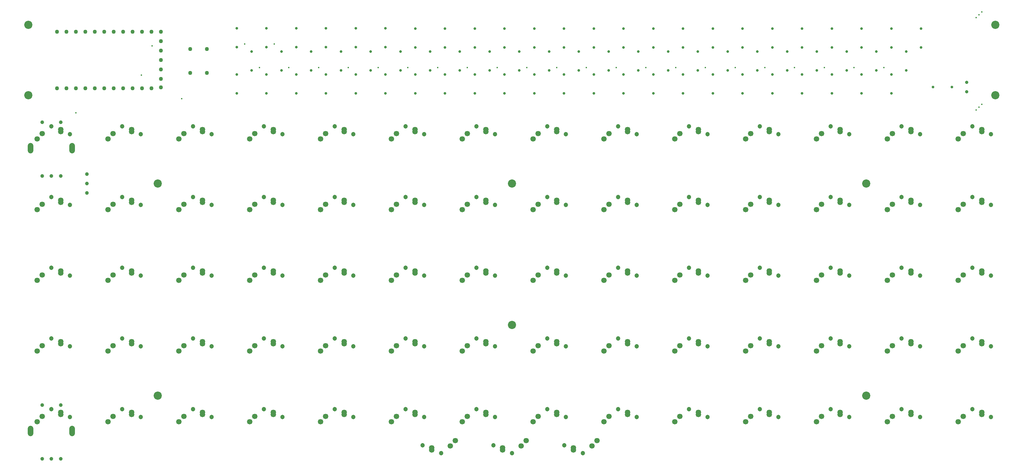
<source format=gbr>
%TF.GenerationSoftware,KiCad,Pcbnew,(5.99.0-176-g31e38f2fd)*%
%TF.CreationDate,2019-12-28T01:26:03+01:00*%
%TF.ProjectId,5x14_ortho_keyboard_elite-c,35783134-5f6f-4727-9468-6f5f6b657962,rev?*%
%TF.SameCoordinates,Original*%
%TF.FileFunction,Plated,1,2,PTH,Mixed*%
%TF.FilePolarity,Positive*%
%FSLAX46Y46*%
G04 Gerber Fmt 4.6, Leading zero omitted, Abs format (unit mm)*
G04 Created by KiCad (PCBNEW (5.99.0-176-g31e38f2fd)) date 2019-12-28 01:26:03*
%MOMM*%
%LPD*%
G04 APERTURE LIST*
%TA.AperFunction,ViaDrill*%
%ADD10C,0.400000*%
%TD*%
%TA.AperFunction,ComponentDrill*%
%ADD11C,0.700000*%
%TD*%
%TA.AperFunction,ComponentDrill*%
%ADD12C,0.900000*%
%TD*%
%TA.AperFunction,ComponentDrill*%
%ADD13C,1.000000*%
%TD*%
%TA.AperFunction,ComponentDrill*%
%ADD14C,1.092200*%
%TD*%
%TA.AperFunction,ComponentDrill*%
%ADD15C,1.100000*%
%TD*%
%TA.AperFunction,ComponentDrill*%
%ADD16C,1.200000*%
%TD*%
%TA.AperFunction,ComponentDrill*%
%ADD17C,1.470000*%
%TD*%
G04 aperture for slot hole*
%TA.AperFunction,ComponentDrill*%
%ADD18C,1.500000*%
%TD*%
%TA.AperFunction,ComponentDrill*%
%ADD19C,2.200000*%
%TD*%
G04 APERTURE END LIST*
D10*
X31146750Y-63500000D03*
X48761650Y-53319075D03*
X51657250Y-45440600D03*
X59632850Y-59690000D03*
X76531250Y-44950000D03*
X80531250Y-51250000D03*
X84531250Y-44950000D03*
X88431250Y-51250000D03*
X96431250Y-51250000D03*
X104431250Y-51250000D03*
X112431250Y-51250000D03*
X120431250Y-51250000D03*
X128431250Y-51250000D03*
X136431250Y-51250000D03*
X144431250Y-51250000D03*
X152431250Y-51250000D03*
X160431250Y-51250000D03*
X168431250Y-51250000D03*
X176431250Y-51250000D03*
X184431250Y-51250000D03*
X192431250Y-51250000D03*
X200431250Y-51250000D03*
X208431250Y-51250000D03*
X216431250Y-51250000D03*
X224431250Y-51250000D03*
X232431250Y-51250000D03*
X240431250Y-51250000D03*
X248431250Y-51250000D03*
X273272250Y-37846000D03*
X273272250Y-62738000D03*
X274034250Y-37084000D03*
X274034250Y-61976000D03*
X274796250Y-36322000D03*
X274796250Y-61214000D03*
D11*
%TO.C,D1*%
X74431250Y-40670000D03*
X74431250Y-45750000D03*
%TO.C,D69*%
X254431250Y-46950000D03*
X254431250Y-52030000D03*
%TO.C,D37*%
X170431250Y-40750000D03*
X170431250Y-45830000D03*
%TO.C,D60*%
X230431250Y-46950000D03*
X230431250Y-52030000D03*
%TO.C,D46*%
X194431250Y-40750000D03*
X194431250Y-45830000D03*
%TO.C,D57*%
X222431250Y-46950000D03*
X222431250Y-52030000D03*
%TO.C,D48*%
X198431250Y-46950000D03*
X198431250Y-52030000D03*
%TO.C,D9*%
X94431250Y-46950000D03*
X94431250Y-52030000D03*
%TO.C,D66*%
X246431250Y-46950000D03*
X246431250Y-52030000D03*
%TO.C,D25*%
X138431250Y-40750000D03*
X138431250Y-45830000D03*
%TO.C,D50*%
X202431250Y-53170000D03*
X202431250Y-58250000D03*
%TO.C,D33*%
X158431250Y-46950000D03*
X158431250Y-52030000D03*
%TO.C,D36*%
X166431250Y-46950000D03*
X166431250Y-52030000D03*
%TO.C,D19*%
X122431250Y-40750000D03*
X122431250Y-45830000D03*
%TO.C,D59*%
X226431250Y-53170000D03*
X226431250Y-58250000D03*
%TO.C,D38*%
X170431250Y-53170000D03*
X170431250Y-58250000D03*
%TO.C,D14*%
X106431250Y-53170000D03*
X106431250Y-58250000D03*
%TO.C,D55*%
X218431250Y-40750000D03*
X218431250Y-45830000D03*
%TO.C,D47*%
X194431250Y-53170000D03*
X194431250Y-58250000D03*
%TO.C,D23*%
X130431250Y-53170000D03*
X130431250Y-58250000D03*
%TO.C,D64*%
X242431250Y-40750000D03*
X242431250Y-45830000D03*
%TO.C,D27*%
X142431250Y-46950000D03*
X142431250Y-52030000D03*
%TO.C,D12*%
X102431250Y-46950000D03*
X102431250Y-52030000D03*
%TO.C,D32*%
X154431250Y-53170000D03*
X154431250Y-58250000D03*
%TO.C,D21*%
X126431250Y-46950000D03*
X126431250Y-52030000D03*
%TO.C,D5*%
X82431250Y-53170000D03*
X82431250Y-58250000D03*
%TO.C,D18*%
X118431250Y-46950000D03*
X118431250Y-52030000D03*
%TO.C,D40*%
X178431250Y-40750000D03*
X178431250Y-45830000D03*
%TO.C,D8*%
X90431250Y-53170000D03*
X90431250Y-58250000D03*
%TO.C,D56*%
X218431250Y-53170000D03*
X218431250Y-58250000D03*
%TO.C,D35*%
X162431250Y-53170000D03*
X162431250Y-58250000D03*
%TO.C,D65*%
X242431250Y-53170000D03*
X242431250Y-58250000D03*
%TO.C,D4*%
X82431250Y-40670000D03*
X82431250Y-45750000D03*
%TO.C,D11*%
X98431250Y-53170000D03*
X98431250Y-58250000D03*
%TO.C,D3*%
X78431250Y-46950000D03*
X78431250Y-52030000D03*
%TO.C,D30*%
X150431250Y-46950000D03*
X150431250Y-52030000D03*
%TO.C,D63*%
X238431250Y-46950000D03*
X238431250Y-52030000D03*
%TO.C,D70*%
X258431250Y-40750000D03*
X258431250Y-45830000D03*
%TO.C,D39*%
X174431250Y-46950000D03*
X174431250Y-52030000D03*
%TO.C,D31*%
X154431250Y-40750000D03*
X154431250Y-45830000D03*
%TO.C,D7*%
X90431250Y-40670000D03*
X90431250Y-45750000D03*
%TO.C,D54*%
X214431250Y-46950000D03*
X214431250Y-52030000D03*
%TO.C,D34*%
X162431250Y-40750000D03*
X162431250Y-45830000D03*
%TO.C,D42*%
X182431250Y-46950000D03*
X182431250Y-52030000D03*
%TO.C,D41*%
X178431250Y-53170000D03*
X178431250Y-58250000D03*
%TO.C,D17*%
X114431250Y-53170000D03*
X114431250Y-58250000D03*
%TO.C,D62*%
X234431250Y-53170000D03*
X234431250Y-58250000D03*
%TO.C,D22*%
X130431250Y-40750000D03*
X130431250Y-45830000D03*
%TO.C,D2*%
X74431250Y-53170000D03*
X74431250Y-58250000D03*
%TO.C,D28*%
X146431250Y-40750000D03*
X146431250Y-45830000D03*
%TO.C,D53*%
X210431250Y-53170000D03*
X210431250Y-58250000D03*
%TO.C,D13*%
X106431250Y-40670000D03*
X106431250Y-45750000D03*
%TO.C,R1*%
X261651250Y-56550000D03*
X266731250Y-56550000D03*
%TO.C,D43*%
X186431250Y-40750000D03*
X186431250Y-45830000D03*
%TO.C,D20*%
X122431250Y-53170000D03*
X122431250Y-58250000D03*
%TO.C,D29*%
X146431250Y-53170000D03*
X146431250Y-58250000D03*
%TO.C,D15*%
X110431250Y-46950000D03*
X110431250Y-52030000D03*
%TO.C,D61*%
X234431250Y-40750000D03*
X234431250Y-45830000D03*
%TO.C,D68*%
X250431250Y-53170000D03*
X250431250Y-58250000D03*
%TO.C,D26*%
X138431250Y-53170000D03*
X138431250Y-58250000D03*
%TO.C,D6*%
X86431250Y-46950000D03*
X86431250Y-52030000D03*
%TO.C,D52*%
X210431250Y-40750000D03*
X210431250Y-45830000D03*
%TO.C,D49*%
X202431250Y-40750000D03*
X202431250Y-45830000D03*
%TO.C,D16*%
X114431250Y-40670000D03*
X114431250Y-45750000D03*
%TO.C,D44*%
X186431250Y-53170000D03*
X186431250Y-58250000D03*
%TO.C,D45*%
X190431250Y-46950000D03*
X190431250Y-52030000D03*
%TO.C,D10*%
X98431250Y-40670000D03*
X98431250Y-45750000D03*
%TO.C,D58*%
X226431250Y-40750000D03*
X226431250Y-45830000D03*
%TO.C,D67*%
X250431250Y-40750000D03*
X250431250Y-45830000D03*
%TO.C,D24*%
X134431250Y-46950000D03*
X134431250Y-52030000D03*
%TO.C,D51*%
X206431250Y-46950000D03*
X206431250Y-52030000D03*
D12*
%TO.C,LED1*%
X270744250Y-55257000D03*
X270744250Y-57797000D03*
D13*
%TO.C,ROT1*%
X22106250Y-66018000D03*
X22106250Y-80518000D03*
X24606250Y-80518000D03*
X27106250Y-66018000D03*
X27106250Y-80518000D03*
%TO.C,ROT2*%
X22106250Y-142218000D03*
X22106250Y-156718000D03*
X24606250Y-156718000D03*
X27106250Y-142218000D03*
X27106250Y-156718000D03*
%TO.C,rgb strip*%
X34131250Y-80010000D03*
X34131250Y-82550000D03*
X34131250Y-85090000D03*
D14*
%TO.C,U1*%
X26130000Y-41630000D03*
X26130000Y-56870000D03*
X28670000Y-41630000D03*
X28670000Y-56870000D03*
X31210000Y-41630000D03*
X31210000Y-56870000D03*
X33750000Y-41630000D03*
X33750000Y-56870000D03*
X36290000Y-41630000D03*
X36290000Y-56870000D03*
X38830000Y-41630000D03*
X38830000Y-56870000D03*
X41370000Y-41630000D03*
X41370000Y-56870000D03*
X43910000Y-41630000D03*
X43910000Y-56870000D03*
X46450000Y-41630000D03*
X46450000Y-56870000D03*
X48990000Y-41630000D03*
X48990000Y-56870000D03*
X51530000Y-41630000D03*
X51530000Y-56870000D03*
X54070000Y-41630000D03*
X54070000Y-44170000D03*
X54070000Y-46710000D03*
X54070000Y-49250000D03*
X54070000Y-51790000D03*
X54070000Y-54330000D03*
X54070000Y-56641400D03*
D15*
%TO.C,SW1*%
X61931250Y-46250000D03*
X61931250Y-52750000D03*
X66431250Y-46250000D03*
X66431250Y-52750000D03*
D16*
%TO.C,MX28*%
X119856250Y-105225000D03*
X124856250Y-107325000D03*
%TO.C,MX13*%
X62706250Y-105225000D03*
X67706250Y-107325000D03*
%TO.C,MX26*%
X119856250Y-67125000D03*
X124856250Y-69225000D03*
%TO.C,MX70*%
X272256250Y-86175000D03*
X277256250Y-88275000D03*
%TO.C,MX17*%
X81756250Y-86175000D03*
X86756250Y-88275000D03*
%TO.C,MX33*%
X138906250Y-105225000D03*
X143906250Y-107325000D03*
%TO.C,MX69*%
X272256250Y-67125000D03*
X277256250Y-69225000D03*
%TO.C,MX24*%
X100806250Y-124275000D03*
X105806250Y-126375000D03*
%TO.C,MX59*%
X234156250Y-67125000D03*
X239156250Y-69225000D03*
%TO.C,MX61*%
X234156250Y-105225000D03*
X239156250Y-107325000D03*
%TO.C,MX31*%
X138906250Y-67125000D03*
X143906250Y-69225000D03*
%TO.C,MX62*%
X234156250Y-124275000D03*
X239156250Y-126375000D03*
%TO.C,MX16*%
X81756250Y-67125000D03*
X86756250Y-69225000D03*
%TO.C,MX21*%
X100806250Y-67125000D03*
X105806250Y-69225000D03*
%TO.C,MX44*%
X177006250Y-86175000D03*
X182006250Y-88275000D03*
%TO.C,MX32*%
X138906250Y-86175000D03*
X143906250Y-88275000D03*
%TO.C,MX65*%
X253206250Y-86175000D03*
X258206250Y-88275000D03*
%TO.C,MX55*%
X215106250Y-86175000D03*
X220106250Y-88275000D03*
%TO.C,MX72*%
X272256250Y-124275000D03*
X277256250Y-126375000D03*
%TO.C,MX27*%
X119856250Y-86175000D03*
X124856250Y-88275000D03*
%TO.C,MX63*%
X234156250Y-143325000D03*
X239156250Y-145425000D03*
%TO.C,MX15*%
X62706250Y-143325000D03*
X67706250Y-145425000D03*
%TO.C,MX9*%
X43656250Y-124275000D03*
X48656250Y-126375000D03*
%TO.C,MX22*%
X100806250Y-86175000D03*
X105806250Y-88275000D03*
%TO.C,MX35*%
X138906250Y-143325000D03*
X143906250Y-145425000D03*
%TO.C,MX47*%
X177006250Y-143325000D03*
X182006250Y-145425000D03*
%TO.C,MX4*%
X24606250Y-124275000D03*
X29606250Y-126375000D03*
%TO.C,MX8*%
X43656250Y-105225000D03*
X48656250Y-107325000D03*
%TO.C,MX40*%
X157956250Y-124275000D03*
X162956250Y-126375000D03*
%TO.C,MX36*%
X124381250Y-153025000D03*
X129381250Y-155125000D03*
%TO.C,MX11*%
X62706250Y-67125000D03*
X67706250Y-69225000D03*
%TO.C,MX18*%
X81756250Y-105225000D03*
X86756250Y-107325000D03*
%TO.C,MX49*%
X196056250Y-67125000D03*
X201056250Y-69225000D03*
%TO.C,MX41*%
X157956250Y-143325000D03*
X162956250Y-145425000D03*
%TO.C,MX50*%
X196056250Y-86175000D03*
X201056250Y-88275000D03*
%TO.C,MX38*%
X157956250Y-86175000D03*
X162956250Y-88275000D03*
%TO.C,MX7*%
X43656250Y-86175000D03*
X48656250Y-88275000D03*
%TO.C,MX56*%
X215106250Y-105225000D03*
X220106250Y-107325000D03*
%TO.C,MX48*%
X162481250Y-153025000D03*
X167481250Y-155125000D03*
%TO.C,MX67*%
X253206250Y-124275000D03*
X258206250Y-126375000D03*
%TO.C,MX29*%
X119856250Y-124275000D03*
X124856250Y-126375000D03*
%TO.C,MX57*%
X215106250Y-124275000D03*
X220106250Y-126375000D03*
%TO.C,MX45*%
X177006250Y-105225000D03*
X182006250Y-107325000D03*
%TO.C,MX2*%
X24606250Y-86175000D03*
X29606250Y-88275000D03*
%TO.C,MX54*%
X215106250Y-67125000D03*
X220106250Y-69225000D03*
%TO.C,MX39*%
X157956250Y-105225000D03*
X162956250Y-107325000D03*
%TO.C,MX5*%
X24606250Y-143325000D03*
X29606250Y-145425000D03*
%TO.C,MX68*%
X253206250Y-143325000D03*
X258206250Y-145425000D03*
%TO.C,MX12*%
X62706250Y-86175000D03*
X67706250Y-88275000D03*
%TO.C,MX43*%
X177006250Y-67125000D03*
X182006250Y-69225000D03*
%TO.C,MX30*%
X119856250Y-143325000D03*
X124856250Y-145425000D03*
%TO.C,MX73*%
X272256250Y-143325000D03*
X277256250Y-145425000D03*
%TO.C,MX53*%
X196056250Y-143325000D03*
X201056250Y-145425000D03*
%TO.C,MX1*%
X24606250Y-67125000D03*
X29606250Y-69225000D03*
%TO.C,MX37*%
X157956250Y-67125000D03*
X162956250Y-69225000D03*
%TO.C,MX60*%
X234156250Y-86175000D03*
X239156250Y-88275000D03*
%TO.C,MX19*%
X81756250Y-124275000D03*
X86756250Y-126375000D03*
%TO.C,MX71*%
X272256250Y-105225000D03*
X277256250Y-107325000D03*
%TO.C,MX23*%
X100806250Y-105225000D03*
X105806250Y-107325000D03*
%TO.C,MX10*%
X43656250Y-143325000D03*
X48656250Y-145425000D03*
%TO.C,MX66*%
X253206250Y-105225000D03*
X258206250Y-107325000D03*
%TO.C,MX20*%
X81756250Y-143325000D03*
X86756250Y-145425000D03*
%TO.C,MX6*%
X43656250Y-67125000D03*
X48656250Y-69225000D03*
%TO.C,MX25*%
X100806250Y-143325000D03*
X105806250Y-145425000D03*
%TO.C,MX58*%
X215106250Y-143325000D03*
X220106250Y-145425000D03*
%TO.C,MX64*%
X253206250Y-67125000D03*
X258206250Y-69225000D03*
%TO.C,MX46*%
X177006250Y-124275000D03*
X182006250Y-126375000D03*
%TO.C,MX3*%
X24606250Y-105225000D03*
X29606250Y-107325000D03*
%TO.C,MX51*%
X196056250Y-105225000D03*
X201056250Y-107325000D03*
%TO.C,MX34*%
X138906250Y-124275000D03*
X143906250Y-126375000D03*
%TO.C,MX14*%
X62706250Y-124275000D03*
X67706250Y-126375000D03*
%TO.C,MX52*%
X196056250Y-124275000D03*
X201056250Y-126375000D03*
%TO.C,MX42*%
X143431250Y-153025000D03*
X148431250Y-155125000D03*
D17*
%TO.C,MX33*%
X135096250Y-108585000D03*
X136406250Y-107125000D03*
X141406250Y-106625000D03*
X141446250Y-106045000D03*
%TO.C,MX69*%
X268446250Y-70485000D03*
X269756250Y-69025000D03*
X274756250Y-68525000D03*
X274796250Y-67945000D03*
%TO.C,MX24*%
X96996250Y-127635000D03*
X98306250Y-126175000D03*
X103306250Y-125675000D03*
X103346250Y-125095000D03*
%TO.C,MX59*%
X230346250Y-70485000D03*
X231656250Y-69025000D03*
X236656250Y-68525000D03*
X236696250Y-67945000D03*
%TO.C,MX61*%
X230346250Y-108585000D03*
X231656250Y-107125000D03*
X236656250Y-106625000D03*
X236696250Y-106045000D03*
%TO.C,MX31*%
X135096250Y-70485000D03*
X136406250Y-69025000D03*
X141406250Y-68525000D03*
X141446250Y-67945000D03*
%TO.C,MX62*%
X230346250Y-127635000D03*
X231656250Y-126175000D03*
X236656250Y-125675000D03*
X236696250Y-125095000D03*
%TO.C,MX16*%
X77946250Y-70485000D03*
X79256250Y-69025000D03*
X84256250Y-68525000D03*
X84296250Y-67945000D03*
%TO.C,MX21*%
X96996250Y-70485000D03*
X98306250Y-69025000D03*
X103306250Y-68525000D03*
X103346250Y-67945000D03*
%TO.C,MX44*%
X173196250Y-89535000D03*
X174506250Y-88075000D03*
X179506250Y-87575000D03*
X179546250Y-86995000D03*
%TO.C,MX32*%
X135096250Y-89535000D03*
X136406250Y-88075000D03*
X141406250Y-87575000D03*
X141446250Y-86995000D03*
%TO.C,MX65*%
X249396250Y-89535000D03*
X250706250Y-88075000D03*
X255706250Y-87575000D03*
X255746250Y-86995000D03*
%TO.C,MX55*%
X211296250Y-89535000D03*
X212606250Y-88075000D03*
X217606250Y-87575000D03*
X217646250Y-86995000D03*
%TO.C,MX72*%
X268446250Y-127635000D03*
X269756250Y-126175000D03*
X274756250Y-125675000D03*
X274796250Y-125095000D03*
%TO.C,MX27*%
X116046250Y-89535000D03*
X117356250Y-88075000D03*
X122356250Y-87575000D03*
X122396250Y-86995000D03*
%TO.C,MX63*%
X230346250Y-146685000D03*
X231656250Y-145225000D03*
X236656250Y-144725000D03*
X236696250Y-144145000D03*
%TO.C,MX15*%
X58896250Y-146685000D03*
X60206250Y-145225000D03*
X65206250Y-144725000D03*
X65246250Y-144145000D03*
%TO.C,MX9*%
X39846250Y-127635000D03*
X41156250Y-126175000D03*
X46156250Y-125675000D03*
X46196250Y-125095000D03*
%TO.C,MX22*%
X96996250Y-89535000D03*
X98306250Y-88075000D03*
X103306250Y-87575000D03*
X103346250Y-86995000D03*
%TO.C,MX35*%
X135096250Y-146685000D03*
X136406250Y-145225000D03*
X141406250Y-144725000D03*
X141446250Y-144145000D03*
%TO.C,MX47*%
X173196250Y-146685000D03*
X174506250Y-145225000D03*
X179506250Y-144725000D03*
X179546250Y-144145000D03*
%TO.C,MX4*%
X20796250Y-127635000D03*
X22106250Y-126175000D03*
X27106250Y-125675000D03*
X27146250Y-125095000D03*
%TO.C,MX8*%
X39846250Y-108585000D03*
X41156250Y-107125000D03*
X46156250Y-106625000D03*
X46196250Y-106045000D03*
%TO.C,MX40*%
X154146250Y-127635000D03*
X155456250Y-126175000D03*
X160456250Y-125675000D03*
X160496250Y-125095000D03*
%TO.C,MX36*%
X126841250Y-154305000D03*
X126881250Y-153725000D03*
X131881250Y-153225000D03*
X133191250Y-151765000D03*
%TO.C,MX11*%
X58896250Y-70485000D03*
X60206250Y-69025000D03*
X65206250Y-68525000D03*
X65246250Y-67945000D03*
%TO.C,MX18*%
X77946250Y-108585000D03*
X79256250Y-107125000D03*
X84256250Y-106625000D03*
X84296250Y-106045000D03*
%TO.C,MX49*%
X192246250Y-70485000D03*
X193556250Y-69025000D03*
X198556250Y-68525000D03*
X198596250Y-67945000D03*
%TO.C,MX41*%
X154146250Y-146685000D03*
X155456250Y-145225000D03*
X160456250Y-144725000D03*
X160496250Y-144145000D03*
%TO.C,MX50*%
X192246250Y-89535000D03*
X193556250Y-88075000D03*
X198556250Y-87575000D03*
X198596250Y-86995000D03*
%TO.C,MX38*%
X154146250Y-89535000D03*
X155456250Y-88075000D03*
X160456250Y-87575000D03*
X160496250Y-86995000D03*
%TO.C,MX7*%
X39846250Y-89535000D03*
X41156250Y-88075000D03*
X46156250Y-87575000D03*
X46196250Y-86995000D03*
%TO.C,MX56*%
X211296250Y-108585000D03*
X212606250Y-107125000D03*
X217606250Y-106625000D03*
X217646250Y-106045000D03*
%TO.C,MX48*%
X164941250Y-154305000D03*
X164981250Y-153725000D03*
X169981250Y-153225000D03*
X171291250Y-151765000D03*
%TO.C,MX67*%
X249396250Y-127635000D03*
X250706250Y-126175000D03*
X255706250Y-125675000D03*
X255746250Y-125095000D03*
%TO.C,MX29*%
X116046250Y-127635000D03*
X117356250Y-126175000D03*
X122356250Y-125675000D03*
X122396250Y-125095000D03*
%TO.C,MX57*%
X211296250Y-127635000D03*
X212606250Y-126175000D03*
X217606250Y-125675000D03*
X217646250Y-125095000D03*
%TO.C,MX45*%
X173196250Y-108585000D03*
X174506250Y-107125000D03*
X179506250Y-106625000D03*
X179546250Y-106045000D03*
%TO.C,MX2*%
X20796250Y-89535000D03*
X22106250Y-88075000D03*
X27106250Y-87575000D03*
X27146250Y-86995000D03*
%TO.C,MX54*%
X211296250Y-70485000D03*
X212606250Y-69025000D03*
X217606250Y-68525000D03*
X217646250Y-67945000D03*
%TO.C,MX39*%
X154146250Y-108585000D03*
X155456250Y-107125000D03*
X160456250Y-106625000D03*
X160496250Y-106045000D03*
%TO.C,MX5*%
X20796250Y-146685000D03*
X22106250Y-145225000D03*
X27106250Y-144725000D03*
X27146250Y-144145000D03*
%TO.C,MX68*%
X249396250Y-146685000D03*
X250706250Y-145225000D03*
X255706250Y-144725000D03*
X255746250Y-144145000D03*
%TO.C,MX12*%
X58896250Y-89535000D03*
X60206250Y-88075000D03*
X65206250Y-87575000D03*
X65246250Y-86995000D03*
%TO.C,MX43*%
X173196250Y-70485000D03*
X174506250Y-69025000D03*
X179506250Y-68525000D03*
X179546250Y-67945000D03*
%TO.C,MX30*%
X116046250Y-146685000D03*
X117356250Y-145225000D03*
X122356250Y-144725000D03*
X122396250Y-144145000D03*
%TO.C,MX73*%
X268446250Y-146685000D03*
X269756250Y-145225000D03*
X274756250Y-144725000D03*
X274796250Y-144145000D03*
%TO.C,MX53*%
X192246250Y-146685000D03*
X193556250Y-145225000D03*
X198556250Y-144725000D03*
X198596250Y-144145000D03*
%TO.C,MX1*%
X20796250Y-70485000D03*
X22106250Y-69025000D03*
X27106250Y-68525000D03*
X27146250Y-67945000D03*
%TO.C,MX37*%
X154146250Y-70485000D03*
X155456250Y-69025000D03*
X160456250Y-68525000D03*
X160496250Y-67945000D03*
%TO.C,MX60*%
X230346250Y-89535000D03*
X231656250Y-88075000D03*
X236656250Y-87575000D03*
X236696250Y-86995000D03*
%TO.C,MX19*%
X77946250Y-127635000D03*
X79256250Y-126175000D03*
X84256250Y-125675000D03*
X84296250Y-125095000D03*
%TO.C,MX71*%
X268446250Y-108585000D03*
X269756250Y-107125000D03*
X274756250Y-106625000D03*
X274796250Y-106045000D03*
%TO.C,MX23*%
X96996250Y-108585000D03*
X98306250Y-107125000D03*
X103306250Y-106625000D03*
X103346250Y-106045000D03*
%TO.C,MX10*%
X39846250Y-146685000D03*
X41156250Y-145225000D03*
X46156250Y-144725000D03*
X46196250Y-144145000D03*
%TO.C,MX66*%
X249396250Y-108585000D03*
X250706250Y-107125000D03*
X255706250Y-106625000D03*
X255746250Y-106045000D03*
%TO.C,MX20*%
X77946250Y-146685000D03*
X79256250Y-145225000D03*
X84256250Y-144725000D03*
X84296250Y-144145000D03*
%TO.C,MX6*%
X39846250Y-70485000D03*
X41156250Y-69025000D03*
X46156250Y-68525000D03*
X46196250Y-67945000D03*
%TO.C,MX25*%
X96996250Y-146685000D03*
X98306250Y-145225000D03*
X103306250Y-144725000D03*
X103346250Y-144145000D03*
%TO.C,MX58*%
X211296250Y-146685000D03*
X212606250Y-145225000D03*
X217606250Y-144725000D03*
X217646250Y-144145000D03*
%TO.C,MX64*%
X249396250Y-70485000D03*
X250706250Y-69025000D03*
X255706250Y-68525000D03*
X255746250Y-67945000D03*
%TO.C,MX46*%
X173196250Y-127635000D03*
X174506250Y-126175000D03*
X179506250Y-125675000D03*
X179546250Y-125095000D03*
%TO.C,MX3*%
X20796250Y-108585000D03*
X22106250Y-107125000D03*
X27106250Y-106625000D03*
X27146250Y-106045000D03*
%TO.C,MX51*%
X192246250Y-108585000D03*
X193556250Y-107125000D03*
X198556250Y-106625000D03*
X198596250Y-106045000D03*
%TO.C,MX34*%
X135096250Y-127635000D03*
X136406250Y-126175000D03*
X141406250Y-125675000D03*
X141446250Y-125095000D03*
%TO.C,MX14*%
X58896250Y-127635000D03*
X60206250Y-126175000D03*
X65206250Y-125675000D03*
X65246250Y-125095000D03*
%TO.C,MX52*%
X192246250Y-127635000D03*
X193556250Y-126175000D03*
X198556250Y-125675000D03*
X198596250Y-125095000D03*
%TO.C,MX42*%
X145891250Y-154305000D03*
X145931250Y-153725000D03*
X150931250Y-153225000D03*
X152241250Y-151765000D03*
%TO.C,MX28*%
X116046250Y-108585000D03*
X117356250Y-107125000D03*
X122356250Y-106625000D03*
X122396250Y-106045000D03*
%TO.C,MX13*%
X58896250Y-108585000D03*
X60206250Y-107125000D03*
X65206250Y-106625000D03*
X65246250Y-106045000D03*
%TO.C,MX26*%
X116046250Y-70485000D03*
X117356250Y-69025000D03*
X122356250Y-68525000D03*
X122396250Y-67945000D03*
%TO.C,MX70*%
X268446250Y-89535000D03*
X269756250Y-88075000D03*
X274756250Y-87575000D03*
X274796250Y-86995000D03*
%TO.C,MX17*%
X77946250Y-89535000D03*
X79256250Y-88075000D03*
X84256250Y-87575000D03*
X84296250Y-86995000D03*
D18*
%TO.C,ROT1*%
X19006250Y-72368000D02*
X19006250Y-73668000D01*
X30206250Y-72368000D02*
X30206250Y-73668000D01*
%TO.C,ROT2*%
X19006250Y-148568000D02*
X19006250Y-149868000D01*
X30206250Y-148568000D02*
X30206250Y-149868000D01*
D19*
%TO.C,H5*%
X53181250Y-82550000D03*
%TO.C,H8*%
X148431250Y-120650000D03*
%TO.C,H10*%
X243681250Y-139700000D03*
%TO.C,H4*%
X278431250Y-58750000D03*
%TO.C,H3*%
X278431250Y-39750000D03*
%TO.C,H9*%
X243681250Y-82550000D03*
%TO.C,H1*%
X18431250Y-58750000D03*
%TO.C,H2*%
X18431250Y-39750000D03*
%TO.C,H7*%
X148431250Y-82550000D03*
%TO.C,H6*%
X53181250Y-139700000D03*
M02*

</source>
